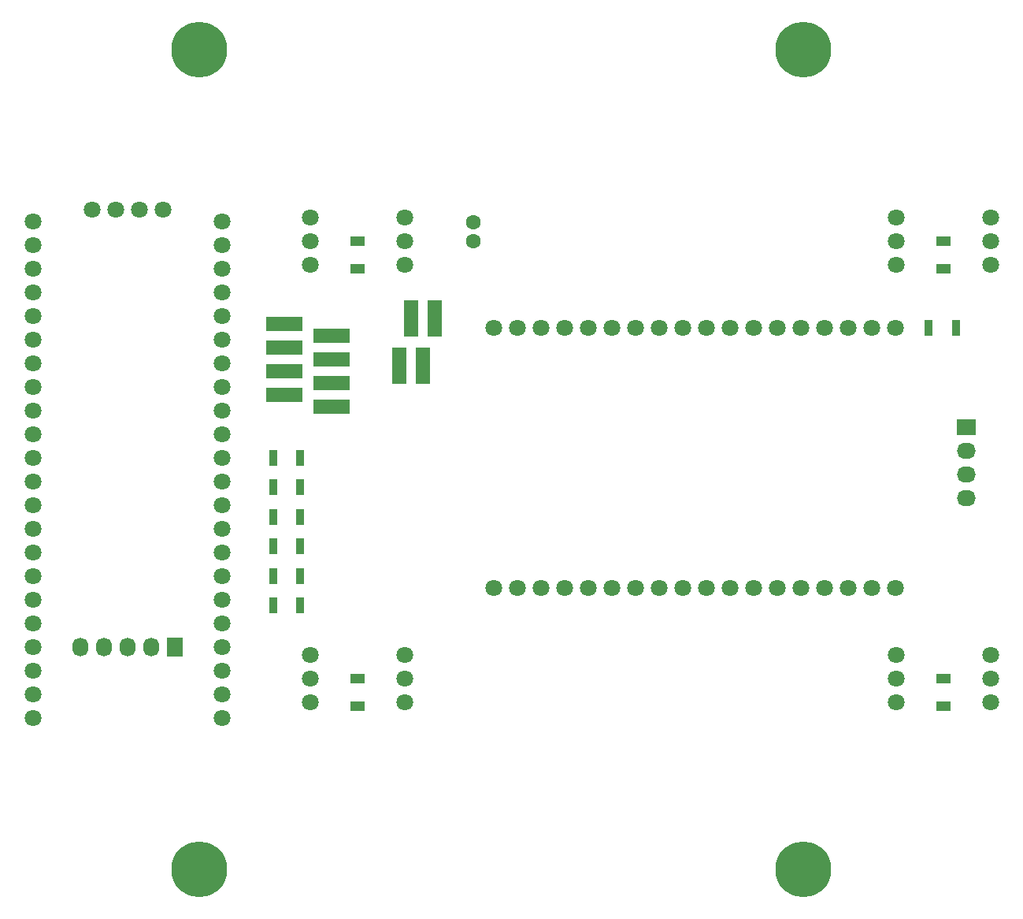
<source format=gbr>
G04 #@! TF.FileFunction,Soldermask,Bot*
%FSLAX46Y46*%
G04 Gerber Fmt 4.6, Leading zero omitted, Abs format (unit mm)*
G04 Created by KiCad (PCBNEW (2015-05-13 BZR 5653)-product) date Tue 26 May 2015 04:41:06 PM CEST*
%MOMM*%
G01*
G04 APERTURE LIST*
%ADD10C,0.100000*%
%ADD11C,1.800000*%
%ADD12R,1.600000X1.000000*%
%ADD13R,2.032000X1.727200*%
%ADD14O,2.032000X1.727200*%
%ADD15R,0.900000X1.700000*%
%ADD16C,1.600000*%
%ADD17R,1.500000X4.000000*%
%ADD18R,4.000000X1.500000*%
%ADD19C,6.000000*%
%ADD20R,1.727200X2.032000*%
%ADD21O,1.727200X2.032000*%
G04 APERTURE END LIST*
D10*
D11*
X71120000Y-55880000D03*
X71120000Y-58420000D03*
X71120000Y-60960000D03*
X71120000Y-63500000D03*
X71120000Y-66040000D03*
X71120000Y-68580000D03*
X71120000Y-71120000D03*
X71120000Y-73660000D03*
X71120000Y-76200000D03*
X71120000Y-78740000D03*
X71120000Y-81280000D03*
X71120000Y-83820000D03*
X71120000Y-86360000D03*
X71120000Y-88900000D03*
X71120000Y-91440000D03*
X71120000Y-93980000D03*
X71120000Y-96520000D03*
X71120000Y-99060000D03*
X71120000Y-101600000D03*
X71120000Y-104140000D03*
X71120000Y-106680000D03*
X71120000Y-109220000D03*
X91440000Y-109220000D03*
X91440000Y-106680000D03*
X91440000Y-104140000D03*
X91440000Y-101600000D03*
X91440000Y-99060000D03*
X91440000Y-96520000D03*
X91440000Y-93980000D03*
X91440000Y-91440000D03*
X91440000Y-88900000D03*
X91440000Y-86360000D03*
X91440000Y-83820000D03*
X91440000Y-81280000D03*
X91440000Y-78740000D03*
X91440000Y-76200000D03*
X91440000Y-73660000D03*
X91440000Y-68580000D03*
X91440000Y-66040000D03*
X91440000Y-63500000D03*
X91440000Y-60960000D03*
X91440000Y-58420000D03*
X91440000Y-55880000D03*
X91440000Y-71120000D03*
X85090000Y-54610000D03*
X82550000Y-54610000D03*
X80010000Y-54610000D03*
X77470000Y-54610000D03*
D12*
X169000000Y-61000000D03*
X169000000Y-58000000D03*
X106000000Y-61000000D03*
X106000000Y-58000000D03*
X106000000Y-108000000D03*
X106000000Y-105000000D03*
X169000000Y-108000000D03*
X169000000Y-105000000D03*
D13*
X171500000Y-78000000D03*
D14*
X171500000Y-80540000D03*
X171500000Y-83080000D03*
X171500000Y-85620000D03*
D15*
X96975000Y-81280000D03*
X99875000Y-81280000D03*
X96975000Y-84455000D03*
X99875000Y-84455000D03*
X96975000Y-87630000D03*
X99875000Y-87630000D03*
X96975000Y-90805000D03*
X99875000Y-90805000D03*
X96975000Y-93980000D03*
X99875000Y-93980000D03*
X96975000Y-97155000D03*
X99875000Y-97155000D03*
X170360000Y-67310000D03*
X167460000Y-67310000D03*
D11*
X120650000Y-95250000D03*
X123190000Y-95250000D03*
X125730000Y-95250000D03*
X128270000Y-95250000D03*
X130810000Y-95250000D03*
X133350000Y-95250000D03*
X135890000Y-95250000D03*
X138430000Y-95250000D03*
X140970000Y-95250000D03*
X143510000Y-95250000D03*
X146050000Y-95250000D03*
X148590000Y-95250000D03*
X151130000Y-95250000D03*
X153670000Y-95250000D03*
X156210000Y-95250000D03*
X158750000Y-95250000D03*
X161290000Y-95250000D03*
X163830000Y-95250000D03*
X163830000Y-67310000D03*
X161290000Y-67310000D03*
X158750000Y-67310000D03*
X156210000Y-67310000D03*
X153670000Y-67310000D03*
X151130000Y-67310000D03*
X148590000Y-67310000D03*
X146050000Y-67310000D03*
X143510000Y-67310000D03*
X140970000Y-67310000D03*
X138430000Y-67310000D03*
X135890000Y-67310000D03*
X133350000Y-67310000D03*
X130810000Y-67310000D03*
X128270000Y-67310000D03*
X125730000Y-67310000D03*
X123190000Y-67310000D03*
X120650000Y-67310000D03*
D16*
X118500000Y-58000000D03*
X118500000Y-56000000D03*
D17*
X110490000Y-71374000D03*
X113030000Y-71374000D03*
X111760000Y-66294000D03*
X114300000Y-66294000D03*
D18*
X103251000Y-75819000D03*
X103251000Y-73279000D03*
X98171000Y-74549000D03*
X98171000Y-72009000D03*
X103251000Y-70739000D03*
X98171000Y-69469000D03*
X103251000Y-68199000D03*
X98171000Y-66929000D03*
D11*
X111080000Y-107540000D03*
X111080000Y-105000000D03*
X111080000Y-102460000D03*
X100920000Y-102460000D03*
X100920000Y-105000000D03*
X100920000Y-107540000D03*
X111080000Y-60540000D03*
X111080000Y-58000000D03*
X111080000Y-55460000D03*
X100920000Y-55460000D03*
X100920000Y-58000000D03*
X100920000Y-60540000D03*
X174080000Y-60540000D03*
X174080000Y-58000000D03*
X174080000Y-55460000D03*
X163920000Y-55460000D03*
X163920000Y-58000000D03*
X163920000Y-60540000D03*
X174080000Y-107540000D03*
X174080000Y-105000000D03*
X174080000Y-102460000D03*
X163920000Y-102460000D03*
X163920000Y-105000000D03*
X163920000Y-107540000D03*
D19*
X89000000Y-37500000D03*
X154000000Y-37500000D03*
X89000000Y-125500000D03*
X154000000Y-125500000D03*
D20*
X86360000Y-101600000D03*
D21*
X83820000Y-101600000D03*
X81280000Y-101600000D03*
X78740000Y-101600000D03*
X76200000Y-101600000D03*
M02*

</source>
